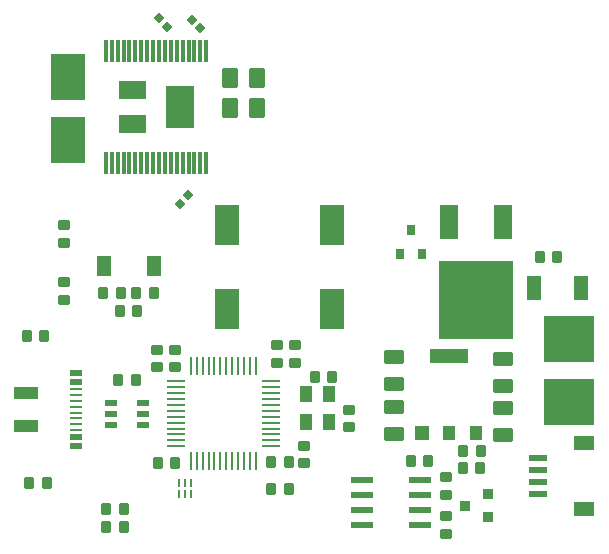
<source format=gbr>
%TF.GenerationSoftware,Altium Limited,Altium Designer,24.1.2 (44)*%
G04 Layer_Color=8421504*
%FSLAX45Y45*%
%MOMM*%
%TF.SameCoordinates,21A1AB76-749C-4ABA-85A5-5522D30AEDF9*%
%TF.FilePolarity,Positive*%
%TF.FileFunction,Paste,Top*%
%TF.Part,Single*%
G01*
G75*
%TA.AperFunction,SMDPad,CuDef*%
%ADD10R,3.00000X4.00000*%
%ADD11R,4.20000X4.00000*%
G04:AMPARAMS|DCode=12|XSize=0.8mm|YSize=1mm|CornerRadius=0.1mm|HoleSize=0mm|Usage=FLASHONLY|Rotation=0.000|XOffset=0mm|YOffset=0mm|HoleType=Round|Shape=RoundedRectangle|*
%AMROUNDEDRECTD12*
21,1,0.80000,0.80000,0,0,0.0*
21,1,0.60000,1.00000,0,0,0.0*
1,1,0.20000,0.30000,-0.40000*
1,1,0.20000,-0.30000,-0.40000*
1,1,0.20000,-0.30000,0.40000*
1,1,0.20000,0.30000,0.40000*
%
%ADD12ROUNDEDRECTD12*%
G04:AMPARAMS|DCode=13|XSize=1.3mm|YSize=1.1mm|CornerRadius=0.055mm|HoleSize=0mm|Usage=FLASHONLY|Rotation=90.000|XOffset=0mm|YOffset=0mm|HoleType=Round|Shape=RoundedRectangle|*
%AMROUNDEDRECTD13*
21,1,1.30000,0.99000,0,0,90.0*
21,1,1.19000,1.10000,0,0,90.0*
1,1,0.11000,0.49500,0.59500*
1,1,0.11000,0.49500,-0.59500*
1,1,0.11000,-0.49500,-0.59500*
1,1,0.11000,-0.49500,0.59500*
%
%ADD13ROUNDEDRECTD13*%
%ADD14R,2.00000X3.50000*%
G04:AMPARAMS|DCode=15|XSize=1.2mm|YSize=1.7mm|CornerRadius=0.15mm|HoleSize=0mm|Usage=FLASHONLY|Rotation=270.000|XOffset=0mm|YOffset=0mm|HoleType=Round|Shape=RoundedRectangle|*
%AMROUNDEDRECTD15*
21,1,1.20000,1.40000,0,0,270.0*
21,1,0.90000,1.70000,0,0,270.0*
1,1,0.30000,-0.70000,-0.45000*
1,1,0.30000,-0.70000,0.45000*
1,1,0.30000,0.70000,0.45000*
1,1,0.30000,0.70000,-0.45000*
%
%ADD15ROUNDEDRECTD15*%
G04:AMPARAMS|DCode=16|XSize=0.6mm|YSize=0.7mm|CornerRadius=0.075mm|HoleSize=0mm|Usage=FLASHONLY|Rotation=315.000|XOffset=0mm|YOffset=0mm|HoleType=Round|Shape=RoundedRectangle|*
%AMROUNDEDRECTD16*
21,1,0.60000,0.55000,0,0,315.0*
21,1,0.45000,0.70000,0,0,315.0*
1,1,0.15000,-0.03536,-0.35355*
1,1,0.15000,-0.35355,-0.03536*
1,1,0.15000,0.03536,0.35355*
1,1,0.15000,0.35355,0.03536*
%
%ADD16ROUNDEDRECTD16*%
G04:AMPARAMS|DCode=19|XSize=1.79mm|YSize=0.35mm|CornerRadius=0.04375mm|HoleSize=0mm|Usage=FLASHONLY|Rotation=90.000|XOffset=0mm|YOffset=0mm|HoleType=Round|Shape=RoundedRectangle|*
%AMROUNDEDRECTD19*
21,1,1.79000,0.26250,0,0,90.0*
21,1,1.70250,0.35000,0,0,90.0*
1,1,0.08750,0.13125,0.85125*
1,1,0.08750,0.13125,-0.85125*
1,1,0.08750,-0.13125,-0.85125*
1,1,0.08750,-0.13125,0.85125*
%
%ADD19ROUNDEDRECTD19*%
%ADD20R,0.84000X0.84000*%
%ADD21R,0.84000X0.90000*%
%ADD22R,1.50000X3.00000*%
%ADD23R,6.25000X6.60000*%
G04:AMPARAMS|DCode=24|XSize=0.6mm|YSize=0.7mm|CornerRadius=0.075mm|HoleSize=0mm|Usage=FLASHONLY|Rotation=225.000|XOffset=0mm|YOffset=0mm|HoleType=Round|Shape=RoundedRectangle|*
%AMROUNDEDRECTD24*
21,1,0.60000,0.55000,0,0,225.0*
21,1,0.45000,0.70000,0,0,225.0*
1,1,0.15000,-0.35355,0.03536*
1,1,0.15000,-0.03536,0.35355*
1,1,0.15000,0.35355,-0.03536*
1,1,0.15000,0.03536,-0.35355*
%
%ADD24ROUNDEDRECTD24*%
%TA.AperFunction,ConnectorPad*%
%ADD25R,2.00000X1.00000*%
%ADD26R,1.00000X0.27000*%
%ADD27R,1.00000X0.52000*%
%TA.AperFunction,SMDPad,CuDef*%
%ADD28R,0.25000X0.65000*%
%TA.AperFunction,ConnectorPad*%
%ADD29R,1.55000X0.60000*%
%ADD30R,1.80000X1.20000*%
%TA.AperFunction,SMDPad,CuDef*%
%ADD31O,0.25000X1.55000*%
%ADD32O,1.55000X0.25000*%
G04:AMPARAMS|DCode=33|XSize=0.8mm|YSize=1mm|CornerRadius=0.1mm|HoleSize=0mm|Usage=FLASHONLY|Rotation=90.000|XOffset=0mm|YOffset=0mm|HoleType=Round|Shape=RoundedRectangle|*
%AMROUNDEDRECTD33*
21,1,0.80000,0.80000,0,0,90.0*
21,1,0.60000,1.00000,0,0,90.0*
1,1,0.20000,0.40000,0.30000*
1,1,0.20000,0.40000,-0.30000*
1,1,0.20000,-0.40000,-0.30000*
1,1,0.20000,-0.40000,0.30000*
%
%ADD33ROUNDEDRECTD33*%
%ADD34R,1.98000X0.53000*%
%ADD35R,1.20000X1.70000*%
%ADD36R,0.97790X0.55880*%
%ADD37R,3.20000X1.30000*%
%ADD38R,1.00000X1.20000*%
%ADD39R,1.20000X1.20000*%
%ADD40R,0.80000X0.90000*%
%ADD41R,1.27000X2.10000*%
G04:AMPARAMS|DCode=42|XSize=1.4mm|YSize=1.7mm|CornerRadius=0.175mm|HoleSize=0mm|Usage=FLASHONLY|Rotation=180.000|XOffset=0mm|YOffset=0mm|HoleType=Round|Shape=RoundedRectangle|*
%AMROUNDEDRECTD42*
21,1,1.40000,1.35000,0,0,180.0*
21,1,1.05000,1.70000,0,0,180.0*
1,1,0.35000,-0.52500,0.67500*
1,1,0.35000,0.52500,0.67500*
1,1,0.35000,0.52500,-0.67500*
1,1,0.35000,-0.52500,-0.67500*
%
%ADD42ROUNDEDRECTD42*%
G36*
X3727700Y6341000D02*
X3497900Y6341000D01*
X3497901Y6489400D01*
X3727700D01*
X3727700Y6341000D01*
D02*
G37*
G36*
X4132700Y6095200D02*
X3902900Y6095199D01*
X3902900Y6445200D01*
X4132699D01*
X4132700Y6095200D01*
D02*
G37*
G36*
X3727700Y6199400D02*
X3727700Y6051000D01*
X3497901D01*
X3497900Y6199400D01*
X3727700Y6199400D01*
D02*
G37*
D10*
X3073400Y5994400D02*
D03*
Y6527800D02*
D03*
D11*
X7315200Y4305300D02*
D03*
Y3771900D02*
D03*
D12*
X6415117Y3356425D02*
D03*
X6565117D02*
D03*
X6411472Y3215009D02*
D03*
X6561472D02*
D03*
X2739725Y3086699D02*
D03*
X2889724D02*
D03*
X2719000Y4330700D02*
D03*
X2869000D02*
D03*
X5970200Y3276600D02*
D03*
X6120200D02*
D03*
X4939100Y3035300D02*
D03*
X4789100D02*
D03*
X3366700Y4699000D02*
D03*
X3516700Y4699000D02*
D03*
X3796100D02*
D03*
X3646100D02*
D03*
X5307400Y3987800D02*
D03*
X5157400D02*
D03*
X3506400Y4546600D02*
D03*
X3656400D02*
D03*
X3493700Y3962400D02*
D03*
X3643700D02*
D03*
X4939100Y3263900D02*
D03*
X4789100D02*
D03*
X3828930Y3256306D02*
D03*
X3978930D02*
D03*
X3542100Y2717800D02*
D03*
X3392100D02*
D03*
X3542100Y2870200D02*
D03*
X3392100D02*
D03*
X7062400Y5003800D02*
D03*
X7212400D02*
D03*
D13*
X5276600Y3836100D02*
D03*
X5086600D02*
D03*
X5276600Y3606100D02*
D03*
X5086600D02*
D03*
D14*
X5308600Y5269900D02*
D03*
Y4559900D02*
D03*
X4419600Y5269900D02*
D03*
Y4559900D02*
D03*
D15*
X6756400Y4140200D02*
D03*
X5829300Y4152900D02*
D03*
Y3924300D02*
D03*
Y3505200D02*
D03*
Y3733800D02*
D03*
X6756400Y3492500D02*
D03*
Y3721100D02*
D03*
Y3911600D02*
D03*
D16*
X4117545Y7007655D02*
D03*
X4188256Y6936944D02*
D03*
X3838144Y7020356D02*
D03*
X3908855Y6949645D02*
D03*
D19*
X3390301Y6741699D02*
D03*
X3440300D02*
D03*
X3490300Y6741700D02*
D03*
X3540300Y6741700D02*
D03*
X3590300D02*
D03*
X3640300Y6741700D02*
D03*
X3690300D02*
D03*
X3740300D02*
D03*
X3790300D02*
D03*
X3840300Y6741700D02*
D03*
X3890300D02*
D03*
X3940300D02*
D03*
X3990300D02*
D03*
X4040300D02*
D03*
X4090300Y6741701D02*
D03*
X4140300Y6741700D02*
D03*
X4190300D02*
D03*
X4240299Y6741700D02*
D03*
X4240300Y5798700D02*
D03*
X4190300Y5798700D02*
D03*
X4140300D02*
D03*
X4090300D02*
D03*
X4040300D02*
D03*
X3990300D02*
D03*
X3940300D02*
D03*
X3890300D02*
D03*
X3840300D02*
D03*
X3790300Y5798700D02*
D03*
X3740300Y5798700D02*
D03*
X3690300D02*
D03*
X3640300D02*
D03*
X3590300Y5798700D02*
D03*
X3540300D02*
D03*
X3490300D02*
D03*
X3440300Y5798700D02*
D03*
X3390300D02*
D03*
D20*
X6427800Y2895600D02*
D03*
X6627800Y2801600D02*
D03*
D21*
Y2989600D02*
D03*
D22*
X6299200Y5295700D02*
D03*
X6756400D02*
D03*
D23*
X6527800Y4635700D02*
D03*
D24*
X4015944Y5451044D02*
D03*
X4086655Y5521755D02*
D03*
D25*
X2717100Y3568400D02*
D03*
Y3848400D02*
D03*
D26*
X3137100Y3533400D02*
D03*
X3137100Y3583400D02*
D03*
Y3633400D02*
D03*
Y3683400D02*
D03*
Y3733400D02*
D03*
X3137100Y3783400D02*
D03*
Y3833400D02*
D03*
Y3883400D02*
D03*
D27*
X3137100Y3398400D02*
D03*
Y3473400D02*
D03*
Y3943400D02*
D03*
Y4018400D02*
D03*
D28*
X4109985Y3089790D02*
D03*
X4059985D02*
D03*
X4009985D02*
D03*
Y2994790D02*
D03*
X4059985D02*
D03*
X4109985D02*
D03*
D29*
X7048500Y3297200D02*
D03*
Y3197200D02*
D03*
Y3097200D02*
D03*
Y2997200D02*
D03*
D30*
X7436000Y2867200D02*
D03*
Y3427200D02*
D03*
D31*
X4660400Y3269800D02*
D03*
X4610400D02*
D03*
X4560400D02*
D03*
X4510400D02*
D03*
X4460400Y3269800D02*
D03*
X4410400D02*
D03*
X4360400Y3269800D02*
D03*
X4310400D02*
D03*
X4260400D02*
D03*
X4210400D02*
D03*
X4160400D02*
D03*
X4110400D02*
D03*
Y4074800D02*
D03*
X4160400Y4074800D02*
D03*
X4210400D02*
D03*
X4260400D02*
D03*
X4310400Y4074800D02*
D03*
X4360400D02*
D03*
X4410400Y4074800D02*
D03*
X4460400D02*
D03*
X4510400D02*
D03*
X4560400D02*
D03*
X4610400D02*
D03*
X4660400Y4074800D02*
D03*
D32*
X3982900Y3397300D02*
D03*
X3982900Y3447300D02*
D03*
Y3497300D02*
D03*
Y3547300D02*
D03*
Y3597300D02*
D03*
Y3647300D02*
D03*
Y3697300D02*
D03*
X3982900Y3747300D02*
D03*
X3982900Y3797300D02*
D03*
Y3847300D02*
D03*
Y3897300D02*
D03*
X3982900Y3947300D02*
D03*
X4787900D02*
D03*
Y3897300D02*
D03*
Y3847300D02*
D03*
Y3797300D02*
D03*
Y3747300D02*
D03*
Y3697300D02*
D03*
Y3647300D02*
D03*
Y3597300D02*
D03*
Y3547300D02*
D03*
Y3497300D02*
D03*
Y3447300D02*
D03*
X4787900Y3397300D02*
D03*
D33*
X6273800Y2805500D02*
D03*
Y2655500D02*
D03*
Y2985700D02*
D03*
Y3135700D02*
D03*
X5448300Y3707200D02*
D03*
Y3557200D02*
D03*
X3822700Y4215200D02*
D03*
Y4065200D02*
D03*
X4838700Y4253300D02*
D03*
Y4103300D02*
D03*
X3975100Y4215200D02*
D03*
Y4065200D02*
D03*
X5067300Y3252400D02*
D03*
Y3402400D02*
D03*
X4991100Y4253300D02*
D03*
Y4103300D02*
D03*
X3035300Y4636700D02*
D03*
Y4786700D02*
D03*
Y5269300D02*
D03*
Y5119300D02*
D03*
D34*
X6050400Y3111500D02*
D03*
Y2984500D02*
D03*
Y2857500D02*
D03*
Y2730500D02*
D03*
X5557400D02*
D03*
Y2857500D02*
D03*
Y2984500D02*
D03*
Y3111500D02*
D03*
D35*
X3377300Y4927600D02*
D03*
X3797300D02*
D03*
D36*
X3432175Y3765300D02*
D03*
Y3670300D02*
D03*
X3432175Y3575300D02*
D03*
X3705225D02*
D03*
X3705225Y3670300D02*
D03*
Y3765300D02*
D03*
D37*
X6299200Y4164900D02*
D03*
D38*
X6528200Y3505900D02*
D03*
X6299200D02*
D03*
D39*
X6070200D02*
D03*
D40*
X5880600Y5029200D02*
D03*
X6070600D02*
D03*
X5975600Y5229200D02*
D03*
D41*
X7412100Y4737100D02*
D03*
X7015100D02*
D03*
D42*
X4673600Y6515100D02*
D03*
X4445000D02*
D03*
X4673600Y6261100D02*
D03*
X4445000D02*
D03*
%TF.MD5,4f85440ca56bfd869edead891d87e52b*%
M02*

</source>
